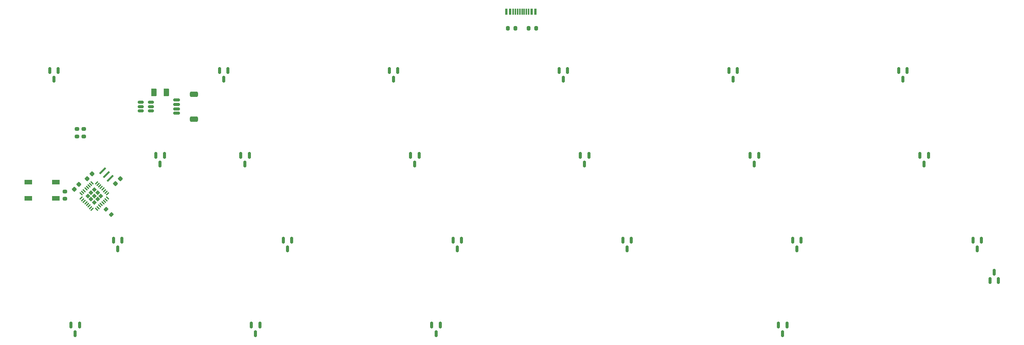
<source format=gbr>
%TF.GenerationSoftware,KiCad,Pcbnew,(6.0.0)*%
%TF.CreationDate,2022-05-03T21:11:43-05:00*%
%TF.ProjectId,QS-13u,51532d31-3375-42e6-9b69-6361645f7063,rev?*%
%TF.SameCoordinates,Original*%
%TF.FileFunction,Paste,Bot*%
%TF.FilePolarity,Positive*%
%FSLAX46Y46*%
G04 Gerber Fmt 4.6, Leading zero omitted, Abs format (unit mm)*
G04 Created by KiCad (PCBNEW (6.0.0)) date 2022-05-03 21:11:43*
%MOMM*%
%LPD*%
G01*
G04 APERTURE LIST*
G04 Aperture macros list*
%AMRoundRect*
0 Rectangle with rounded corners*
0 $1 Rounding radius*
0 $2 $3 $4 $5 $6 $7 $8 $9 X,Y pos of 4 corners*
0 Add a 4 corners polygon primitive as box body*
4,1,4,$2,$3,$4,$5,$6,$7,$8,$9,$2,$3,0*
0 Add four circle primitives for the rounded corners*
1,1,$1+$1,$2,$3*
1,1,$1+$1,$4,$5*
1,1,$1+$1,$6,$7*
1,1,$1+$1,$8,$9*
0 Add four rect primitives between the rounded corners*
20,1,$1+$1,$2,$3,$4,$5,0*
20,1,$1+$1,$4,$5,$6,$7,0*
20,1,$1+$1,$6,$7,$8,$9,0*
20,1,$1+$1,$8,$9,$2,$3,0*%
%AMRotRect*
0 Rectangle, with rotation*
0 The origin of the aperture is its center*
0 $1 length*
0 $2 width*
0 $3 Rotation angle, in degrees counterclockwise*
0 Add horizontal line*
21,1,$1,$2,0,0,$3*%
G04 Aperture macros list end*
%ADD10RotRect,0.400000X1.900000X315.000000*%
%ADD11RoundRect,0.150000X-0.150000X0.587500X-0.150000X-0.587500X0.150000X-0.587500X0.150000X0.587500X0*%
%ADD12RoundRect,0.200000X0.275000X-0.200000X0.275000X0.200000X-0.275000X0.200000X-0.275000X-0.200000X0*%
%ADD13R,0.600000X1.450000*%
%ADD14R,0.300000X1.450000*%
%ADD15RoundRect,0.207500X0.000000X0.293449X-0.293449X0.000000X0.000000X-0.293449X0.293449X0.000000X0*%
%ADD16RoundRect,0.062500X0.220971X0.309359X-0.309359X-0.220971X-0.220971X-0.309359X0.309359X0.220971X0*%
%ADD17RoundRect,0.062500X-0.220971X0.309359X-0.309359X0.220971X0.220971X-0.309359X0.309359X-0.220971X0*%
%ADD18RoundRect,0.200000X-0.200000X-0.275000X0.200000X-0.275000X0.200000X0.275000X-0.200000X0.275000X0*%
%ADD19RoundRect,0.225000X0.017678X-0.335876X0.335876X-0.017678X-0.017678X0.335876X-0.335876X0.017678X0*%
%ADD20R,1.800000X1.100000*%
%ADD21RoundRect,0.150000X-0.512500X-0.150000X0.512500X-0.150000X0.512500X0.150000X-0.512500X0.150000X0*%
%ADD22RoundRect,0.200000X0.200000X0.275000X-0.200000X0.275000X-0.200000X-0.275000X0.200000X-0.275000X0*%
%ADD23RoundRect,0.200000X-0.275000X0.200000X-0.275000X-0.200000X0.275000X-0.200000X0.275000X0.200000X0*%
%ADD24RoundRect,0.150000X0.150000X-0.587500X0.150000X0.587500X-0.150000X0.587500X-0.150000X-0.587500X0*%
%ADD25RoundRect,0.200000X-0.335876X-0.053033X-0.053033X-0.335876X0.335876X0.053033X0.053033X0.335876X0*%
%ADD26RoundRect,0.250000X0.375000X0.625000X-0.375000X0.625000X-0.375000X-0.625000X0.375000X-0.625000X0*%
%ADD27RoundRect,0.150000X-0.625000X0.150000X-0.625000X-0.150000X0.625000X-0.150000X0.625000X0.150000X0*%
%ADD28RoundRect,0.250000X-0.650000X0.350000X-0.650000X-0.350000X0.650000X-0.350000X0.650000X0.350000X0*%
G04 APERTURE END LIST*
D10*
%TO.C,Y1*%
X61687722Y-65197722D03*
X62536250Y-66046250D03*
X63384778Y-66894778D03*
%TD*%
D11*
%TO.C,D9*%
X130812501Y-61768750D03*
X132712501Y-61768750D03*
X131762501Y-63643750D03*
%TD*%
%TO.C,D1*%
X49850001Y-42718751D03*
X51750001Y-42718751D03*
X50800001Y-44593751D03*
%TD*%
%TO.C,D22*%
X213362500Y-99868750D03*
X215262500Y-99868750D03*
X214312500Y-101743750D03*
%TD*%
%TO.C,D11*%
X207012500Y-61768750D03*
X208912500Y-61768750D03*
X207962500Y-63643750D03*
%TD*%
D12*
%TO.C,R5*%
X57450000Y-57495000D03*
X57450000Y-55845000D03*
%TD*%
D11*
%TO.C,D4*%
X164150001Y-42718751D03*
X166050001Y-42718751D03*
X165100001Y-44593751D03*
%TD*%
D13*
%TO.C,J2*%
X152325000Y-29445000D03*
X153125000Y-29445000D03*
D14*
X154325000Y-29445000D03*
X155325000Y-29445000D03*
X155825000Y-29445000D03*
X156825000Y-29445000D03*
D13*
X158025000Y-29445000D03*
X158825000Y-29445000D03*
X158825000Y-29445000D03*
X158025000Y-29445000D03*
D14*
X157325000Y-29445000D03*
X156325000Y-29445000D03*
X154825000Y-29445000D03*
X153825000Y-29445000D03*
D13*
X153125000Y-29445000D03*
X152325000Y-29445000D03*
%TD*%
D11*
%TO.C,D5*%
X202250000Y-42718751D03*
X204150000Y-42718751D03*
X203200000Y-44593751D03*
%TD*%
%TO.C,D19*%
X54612500Y-99868751D03*
X56512500Y-99868751D03*
X55562500Y-101743751D03*
%TD*%
%TO.C,D12*%
X245112501Y-61768750D03*
X247012501Y-61768750D03*
X246062501Y-63643750D03*
%TD*%
D15*
%TO.C,U2*%
X61319481Y-70858937D03*
X60591161Y-70130617D03*
X59862841Y-69402297D03*
X59134521Y-71587257D03*
X59134521Y-70130617D03*
X59862841Y-72315577D03*
X59862841Y-70858937D03*
X60591161Y-71587257D03*
X58406201Y-70858937D03*
D16*
X60348977Y-67897927D03*
X60702530Y-68251481D03*
X61056084Y-68605034D03*
X61409637Y-68958588D03*
X61763190Y-69312141D03*
X62116744Y-69665694D03*
X62470297Y-70019248D03*
X62823851Y-70372801D03*
D17*
X62823851Y-71345073D03*
X62470297Y-71698626D03*
X62116744Y-72052180D03*
X61763190Y-72405733D03*
X61409637Y-72759286D03*
X61056084Y-73112840D03*
X60702530Y-73466393D03*
X60348977Y-73819947D03*
D16*
X59376705Y-73819947D03*
X59023152Y-73466393D03*
X58669598Y-73112840D03*
X58316045Y-72759286D03*
X57962492Y-72405733D03*
X57608938Y-72052180D03*
X57255385Y-71698626D03*
X56901831Y-71345073D03*
D17*
X56901831Y-70372801D03*
X57255385Y-70019248D03*
X57608938Y-69665694D03*
X57962492Y-69312141D03*
X58316045Y-68958588D03*
X58669598Y-68605034D03*
X59023152Y-68251481D03*
X59376705Y-67897927D03*
%TD*%
D11*
%TO.C,D16*%
X178437500Y-80818750D03*
X180337500Y-80818750D03*
X179387500Y-82693750D03*
%TD*%
D18*
%TO.C,R2*%
X157325000Y-33210000D03*
X158975000Y-33210000D03*
%TD*%
D11*
%TO.C,D3*%
X126050000Y-42718750D03*
X127950000Y-42718750D03*
X127000000Y-44593750D03*
%TD*%
D19*
%TO.C,C2*%
X58248243Y-67024258D03*
X59344259Y-65928242D03*
%TD*%
D11*
%TO.C,D8*%
X92712500Y-61768750D03*
X94612500Y-61768750D03*
X93662500Y-63643750D03*
%TD*%
%TO.C,D17*%
X216537501Y-80818751D03*
X218437501Y-80818751D03*
X217487501Y-82693751D03*
%TD*%
%TO.C,D20*%
X95093751Y-99868751D03*
X96993751Y-99868751D03*
X96043751Y-101743751D03*
%TD*%
D20*
%TO.C,RESET1*%
X45060000Y-67710000D03*
X51260000Y-67710000D03*
X45060000Y-71410000D03*
X51260000Y-71410000D03*
%TD*%
D19*
%TO.C,C3*%
X55328242Y-69334259D03*
X56424258Y-68238243D03*
%TD*%
D21*
%TO.C,U1*%
X70272500Y-51740000D03*
X70272500Y-50790000D03*
X70272500Y-49840000D03*
X72547500Y-49840000D03*
X72547500Y-50790000D03*
X72547500Y-51740000D03*
%TD*%
D22*
%TO.C,R1*%
X154325000Y-33210000D03*
X152675000Y-33210000D03*
%TD*%
D23*
%TO.C,R3*%
X53230000Y-69865000D03*
X53230000Y-71515000D03*
%TD*%
D11*
%TO.C,D15*%
X140337500Y-80818751D03*
X142237500Y-80818751D03*
X141287500Y-82693751D03*
%TD*%
D24*
%TO.C,D23*%
X262731250Y-89837500D03*
X260831250Y-89837500D03*
X261781250Y-87962500D03*
%TD*%
D25*
%TO.C,R6*%
X62502887Y-73832888D03*
X63669613Y-74999614D03*
%TD*%
D26*
%TO.C,F1*%
X76012500Y-47625000D03*
X73212500Y-47625000D03*
%TD*%
D11*
%TO.C,D14*%
X102237501Y-80818751D03*
X104137501Y-80818751D03*
X103187501Y-82693751D03*
%TD*%
%TO.C,D10*%
X168912501Y-61768750D03*
X170812501Y-61768750D03*
X169862501Y-63643750D03*
%TD*%
%TO.C,D7*%
X73662500Y-61768750D03*
X75562500Y-61768750D03*
X74612500Y-63643750D03*
%TD*%
%TO.C,D2*%
X87950000Y-42718751D03*
X89850000Y-42718751D03*
X88900000Y-44593751D03*
%TD*%
D27*
%TO.C,J1*%
X78290000Y-49290000D03*
X78290000Y-50290000D03*
X78290000Y-51290000D03*
X78290000Y-52290000D03*
D28*
X82165000Y-47990000D03*
X82165000Y-53590000D03*
%TD*%
D11*
%TO.C,D18*%
X257018750Y-80818750D03*
X258918750Y-80818750D03*
X257968750Y-82693750D03*
%TD*%
%TO.C,D21*%
X135575000Y-99868751D03*
X137475000Y-99868751D03*
X136525000Y-101743751D03*
%TD*%
D19*
%TO.C,C1*%
X64561992Y-68078008D03*
X65658008Y-66981992D03*
%TD*%
D11*
%TO.C,D6*%
X240350000Y-42718750D03*
X242250000Y-42718750D03*
X241300000Y-44593750D03*
%TD*%
D23*
%TO.C,R4*%
X55930000Y-55845000D03*
X55930000Y-57495000D03*
%TD*%
D11*
%TO.C,D13*%
X64137501Y-80818750D03*
X66037501Y-80818750D03*
X65087501Y-82693750D03*
%TD*%
M02*

</source>
